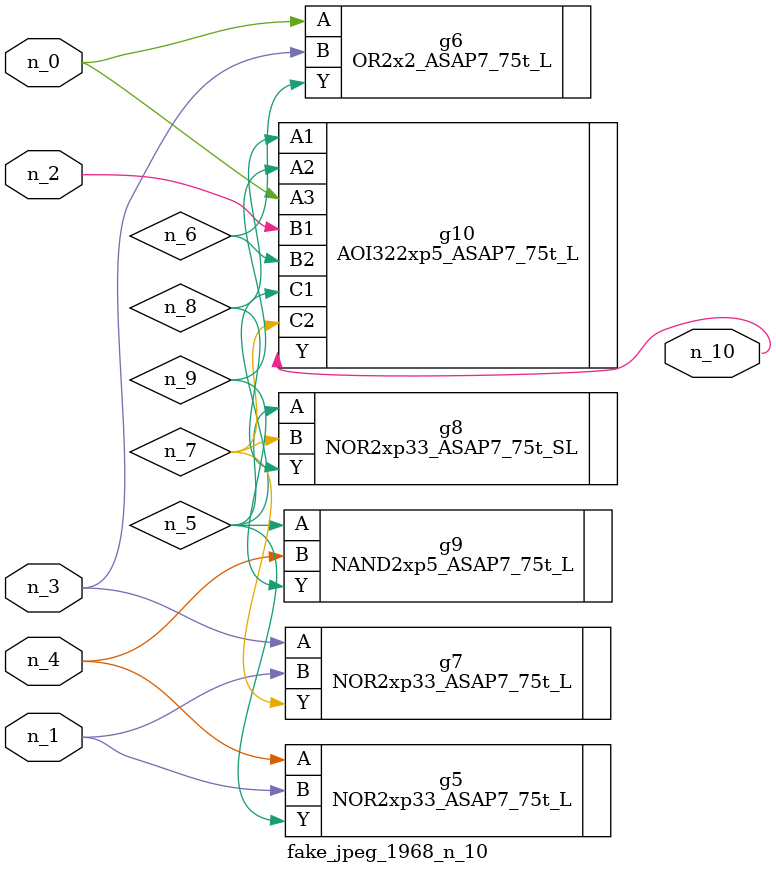
<source format=v>
module fake_jpeg_1968_n_10 (n_3, n_2, n_1, n_0, n_4, n_10);

input n_3;
input n_2;
input n_1;
input n_0;
input n_4;

output n_10;

wire n_8;
wire n_9;
wire n_6;
wire n_5;
wire n_7;

NOR2xp33_ASAP7_75t_L g5 ( 
.A(n_4),
.B(n_1),
.Y(n_5)
);

OR2x2_ASAP7_75t_L g6 ( 
.A(n_0),
.B(n_3),
.Y(n_6)
);

NOR2xp33_ASAP7_75t_L g7 ( 
.A(n_3),
.B(n_1),
.Y(n_7)
);

NOR2xp33_ASAP7_75t_SL g8 ( 
.A(n_5),
.B(n_7),
.Y(n_8)
);

AOI322xp5_ASAP7_75t_L g10 ( 
.A1(n_8),
.A2(n_9),
.A3(n_0),
.B1(n_2),
.B2(n_6),
.C1(n_5),
.C2(n_7),
.Y(n_10)
);

NAND2xp5_ASAP7_75t_L g9 ( 
.A(n_5),
.B(n_4),
.Y(n_9)
);


endmodule
</source>
